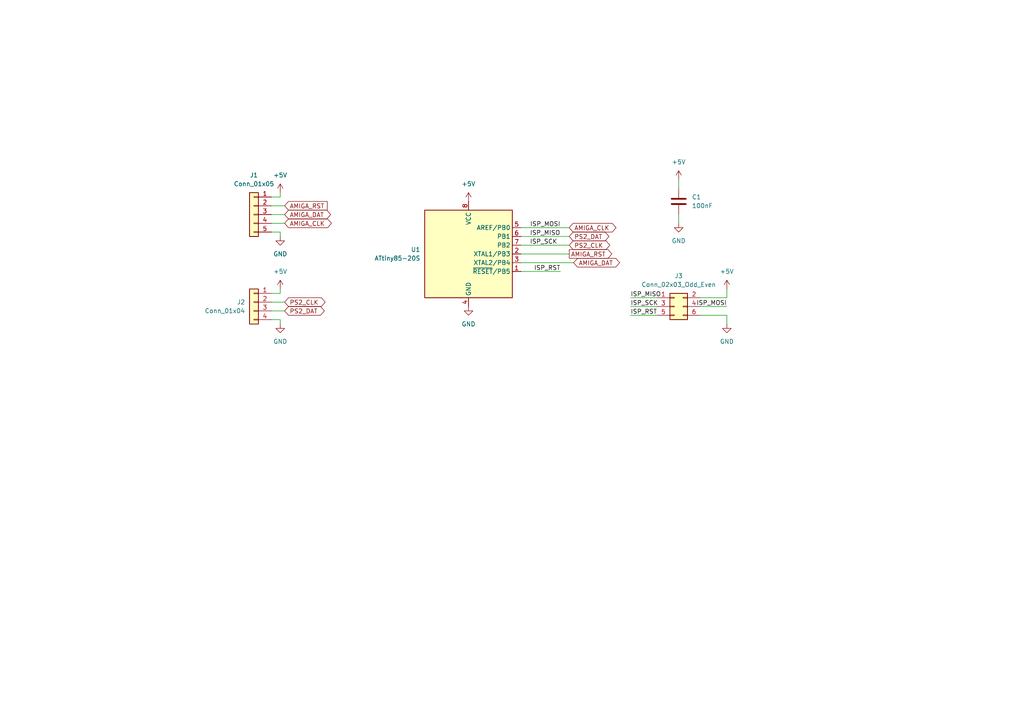
<source format=kicad_sch>
(kicad_sch (version 20211123) (generator eeschema)
  (paper "A4")
  (title_block (title "PS/2 to Amiga Keyboard Protocol") (date "2024-02-25") (rev "1") (comment 1 "made by sunestra"))
  (lib_symbols
    (symbol "Connector_Generic:Conn_01x04" (pin_names (offset 1.016) hide)
      (property "Reference" "J" (at 0 5.08 0))
      (property "Value" "Conn_01x04" (at 0 -7.62 0))
      (symbol "Conn_01x04_1_1"
        (rectangle (start -1.27 -4.953) (end 0 -5.207) (stroke (width 0.1524)))
        (rectangle (start -1.27 -2.413) (end 0 -2.667) (stroke (width 0.1524)))
        (rectangle (start -1.27 0.127) (end 0 -0.127) (stroke (width 0.1524)))
        (rectangle (start -1.27 2.667) (end 0 2.413) (stroke (width 0.1524)))
        (rectangle (start -1.27 3.81) (end 1.27 -6.35) (stroke (width 0.254)) (fill (type background)))
        (pin passive line (at -5.08 2.54 0) (length 3.81) (name "Pin_1") (number "1"))
        (pin passive line (at -5.08 0 0) (length 3.81) (name "Pin_2") (number "2"))
        (pin passive line (at -5.08 -2.54 0) (length 3.81) (name "Pin_3") (number "3"))
        (pin passive line (at -5.08 -5.08 0) (length 3.81) (name "Pin_4") (number "4"))
      )
    )
    (symbol "Connector_Generic:Conn_01x05" (pin_names (offset 1.016) hide)
      (property "Reference" "J" (at 0 7.62 0))
      (property "Value" "Conn_01x05" (at 0 -7.62 0))
      (symbol "Conn_01x05_1_1"
        (rectangle (start -1.27 -4.953) (end 0 -5.207) (stroke (width 0.1524)))
        (rectangle (start -1.27 -2.413) (end 0 -2.667) (stroke (width 0.1524)))
        (rectangle (start -1.27 0.127) (end 0 -0.127) (stroke (width 0.1524)))
        (rectangle (start -1.27 2.667) (end 0 2.413) (stroke (width 0.1524)))
        (rectangle (start -1.27 5.207) (end 0 4.953) (stroke (width 0.1524)))
        (rectangle (start -1.27 6.35) (end 1.27 -6.35) (stroke (width 0.254)) (fill (type background)))
        (pin passive line (at -5.08 5.08 0) (length 3.81) (name "Pin_1") (number "1"))
        (pin passive line (at -5.08 2.54 0) (length 3.81) (name "Pin_2") (number "2"))
        (pin passive line (at -5.08 0 0) (length 3.81) (name "Pin_3") (number "3"))
        (pin passive line (at -5.08 -2.54 0) (length 3.81) (name "Pin_4") (number "4"))
        (pin passive line (at -5.08 -5.08 0) (length 3.81) (name "Pin_5") (number "5"))
      )
    )
    (symbol "Connector_Generic:Conn_02x03_Odd_Even" (pin_names (offset 1.016) hide)
      (property "Reference" "J" (at 1.27 5.08 0))
      (property "Value" "Conn_02x03_Odd_Even" (at 1.27 -5.08 0))
      (symbol "Conn_02x03_Odd_Even_1_1"
        (rectangle (start -1.27 -2.413) (end 0 -2.667) (stroke (width 0.1524)))
        (rectangle (start -1.27 0.127) (end 0 -0.127) (stroke (width 0.1524)))
        (rectangle (start -1.27 2.667) (end 0 2.413) (stroke (width 0.1524)))
        (rectangle (start -1.27 3.81) (end 3.81 -3.81) (stroke (width 0.254)) (fill (type background)))
        (rectangle (start 3.81 -2.413) (end 2.54 -2.667) (stroke (width 0.1524)))
        (rectangle (start 3.81 0.127) (end 2.54 -0.127) (stroke (width 0.1524)))
        (rectangle (start 3.81 2.667) (end 2.54 2.413) (stroke (width 0.1524)))
        (pin passive line (at -5.08 2.54 0) (length 3.81) (name "Pin_1") (number "1"))
        (pin passive line (at 7.62 2.54 180) (length 3.81) (name "Pin_2") (number "2"))
        (pin passive line (at -5.08 0 0) (length 3.81) (name "Pin_3") (number "3"))
        (pin passive line (at 7.62 0 180) (length 3.81) (name "Pin_4") (number "4"))
        (pin passive line (at -5.08 -2.54 0) (length 3.81) (name "Pin_5") (number "5"))
        (pin passive line (at 7.62 -2.54 180) (length 3.81) (name "Pin_6") (number "6"))
      )
    )
    (symbol "Device:C" (pin_numbers hide) (pin_names (offset 0.254))
      (property "Reference" "C" (at 0.635 2.54 0))
      (property "Value" "C" (at 0.635 -2.54 0))
      (symbol "C_0_1"
        (polyline (pts (xy -2.032 -0.762) (xy 2.032 -0.762)) (stroke (width 0.508)))
        (polyline (pts (xy -2.032 0.762) (xy 2.032 0.762)) (stroke (width 0.508)))
      )
      (symbol "C_1_1"
        (pin passive line (at 0 3.81 270) (length 2.794) (name "~") (number "1"))
        (pin passive line (at 0 -3.81 90) (length 2.794) (name "~") (number "2"))
      )
    )
    (symbol "MCU_Microchip_ATtiny:ATtiny85-20S"
      (property "Reference" "U" (at -12.7 13.97 0))
      (property "Value" "ATtiny85-20S" (at 2.54 -13.97 0))
      (symbol "ATtiny85-20S_0_1"
        (rectangle (start -12.7 -12.7) (end 12.7 12.7) (stroke (width 0.254)) (fill (type background)))
      )
      (symbol "ATtiny85-20S_1_1"
        (pin bidirectional line (at 15.24 -5.08 180) (length 2.54) (name "~{RESET}/PB5") (number "1"))
        (pin bidirectional line (at 15.24 0 180) (length 2.54) (name "XTAL1/PB3") (number "2"))
        (pin bidirectional line (at 15.24 -2.54 180) (length 2.54) (name "XTAL2/PB4") (number "3"))
        (pin power_in line (at 0 -15.24 90) (length 2.54) (name "GND") (number "4"))
        (pin bidirectional line (at 15.24 7.62 180) (length 2.54) (name "AREF/PB0") (number "5"))
        (pin bidirectional line (at 15.24 5.08 180) (length 2.54) (name "PB1") (number "6"))
        (pin bidirectional line (at 15.24 2.54 180) (length 2.54) (name "PB2") (number "7"))
        (pin power_in line (at 0 15.24 270) (length 2.54) (name "VCC") (number "8"))
      )
    )
    (symbol "power:+5V" (power) (pin_names (offset 0))
      (property "Value" "+5V" (at 0 3.556 0))
      (symbol "+5V_0_1"
        (polyline (pts (xy -0.762 1.27) (xy 0 2.54)))
        (polyline (pts (xy 0 0) (xy 0 2.54)))
        (polyline (pts (xy 0 2.54) (xy 0.762 1.27)))
      )
      (symbol "+5V_1_1"
        (pin power_in line (at 0 0 90) (length 0) hide (name "+5V") (number "1"))
      )
    )
    (symbol "power:GND" (power) (pin_names (offset 0))
      (property "Value" "GND" (at 0 -3.81 0))
      (symbol "GND_0_1"
        (polyline (pts (xy 0 0) (xy 0 -1.27) (xy 1.27 -1.27) (xy 0 -2.54) (xy -1.27 -1.27) (xy 0 -1.27)))
      )
      (symbol "GND_1_1"
        (pin power_in line (at 0 0 270) (length 0) hide (name "GND") (number "1"))
      )
    )
  )
  (wire (pts (xy 210.82 91.44) (xy 210.82 93.98)))
  (wire (pts (xy 78.74 59.69) (xy 82.55 59.69)))
  (wire (pts (xy 182.88 91.44) (xy 190.5 91.44)))
  (wire (pts (xy 203.2 86.36) (xy 210.82 86.36)))
  (wire (pts (xy 196.85 52.07) (xy 196.85 54.61)))
  (wire (pts (xy 196.85 62.23) (xy 196.85 64.77)))
  (wire (pts (xy 203.2 88.9) (xy 210.82 88.9)))
  (wire (pts (xy 151.13 76.2) (xy 166.37 76.2)))
  (wire (pts (xy 82.55 87.63) (xy 78.74 87.63)))
  (wire (pts (xy 78.74 62.23) (xy 82.55 62.23)))
  (wire (pts (xy 81.28 83.82) (xy 81.28 85.09)))
  (wire (pts (xy 151.13 73.66) (xy 165.1 73.66)))
  (wire (pts (xy 82.55 90.17) (xy 78.74 90.17)))
  (wire (pts (xy 78.74 67.31) (xy 81.28 67.31)))
  (wire (pts (xy 81.28 67.31) (xy 81.28 68.58)))
  (wire (pts (xy 210.82 86.36) (xy 210.82 83.82)))
  (wire (pts (xy 203.2 91.44) (xy 210.82 91.44)))
  (wire (pts (xy 151.13 71.12) (xy 165.1 71.12)))
  (wire (pts (xy 78.74 92.71) (xy 81.28 92.71)))
  (wire (pts (xy 78.74 64.77) (xy 82.55 64.77)))
  (wire (pts (xy 151.13 78.74) (xy 162.56 78.74)))
  (wire (pts (xy 81.28 57.15) (xy 78.74 57.15)))
  (wire (pts (xy 81.28 85.09) (xy 78.74 85.09)))
  (wire (pts (xy 81.28 55.88) (xy 81.28 57.15)))
  (wire (pts (xy 182.88 88.9) (xy 190.5 88.9)))
  (wire (pts (xy 81.28 92.71) (xy 81.28 93.98)))
  (wire (pts (xy 151.13 68.58) (xy 165.1 68.58)))
  (wire (pts (xy 182.88 86.36) (xy 190.5 86.36)))
  (wire (pts (xy 151.13 66.04) (xy 165.1 66.04)))
  (label "ISP_MOSI" (at 210.82 88.9 180))
  (label "ISP_RST" (at 162.56 78.74 180))
  (label "ISP_MISO" (at 182.88 86.36 0))
  (label "ISP_MISO" (at 153.67 68.58 0))
  (label "ISP_SCK" (at 153.67 71.12 0))
  (label "ISP_MOSI" (at 162.56 66.04 180))
  (label "ISP_SCK" (at 182.88 88.9 0))
  (label "ISP_RST" (at 182.88 91.44 0))
  (global_label "PS2_DAT" (shape bidirectional) (at 165.1 68.58 0) (property "Intersheet References" "${INTERSHEET_REFS}" (effects hide)))
  (global_label "PS2_CLK" (shape bidirectional) (at 82.55 87.63 0) (property "Intersheet References" "${INTERSHEET_REFS}" (effects hide)))
  (global_label "AMIGA_CLK" (shape bidirectional) (at 165.1 66.04 0) (property "Intersheet References" "${INTERSHEET_REFS}" (effects hide)))
  (global_label "AMIGA_CLK" (shape bidirectional) (at 82.55 64.77 0) (property "Intersheet References" "${INTERSHEET_REFS}" (effects hide)))
  (global_label "PS2_DAT" (shape bidirectional) (at 82.55 90.17 0) (property "Intersheet References" "${INTERSHEET_REFS}" (effects hide)))
  (global_label "AMIGA_DAT" (shape bidirectional) (at 82.55 62.23 0) (property "Intersheet References" "${INTERSHEET_REFS}" (effects hide)))
  (global_label "AMIGA_RST" (shape input) (at 82.55 59.69 0) (property "Intersheet References" "${INTERSHEET_REFS}" (effects hide)))
  (global_label "PS2_CLK" (shape bidirectional) (at 165.1 71.12 0) (property "Intersheet References" "${INTERSHEET_REFS}" (effects hide)))
  (global_label "AMIGA_DAT" (shape bidirectional) (at 166.37 76.2 0) (property "Intersheet References" "${INTERSHEET_REFS}" (effects hide)))
  (global_label "AMIGA_RST" (shape output) (at 165.1 73.66 0) (property "Intersheet References" "${INTERSHEET_REFS}" (effects hide)))
  (symbol (lib_id "Connector_Generic:Conn_01x04") (at 73.66 87.63 0) (mirror y) (unit 1)
    (property "Reference" "J2" (at 71.12 87.6299 0) (effects (justify left)))
    (property "Value" "Conn_01x04" (at 71.12 90.1699 0) (effects (justify left)))
    (property "Footprint" "Connector_PinHeader_2.54mm:PinHeader_1x04_P2.54mm_Vertical" (effects hide))
  )
  (symbol (lib_id "power:GND") (at 81.28 93.98 0) (mirror y) (unit 1)
    (property "Reference" "#PWR04" (effects hide))
    (property "Value" "GND" (at 81.28 99.06 0))
  )
  (symbol (lib_id "power:GND") (at 81.28 68.58 0) (unit 1)
    (property "Reference" "#PWR02" (effects hide))
    (property "Value" "GND" (at 81.28 73.66 0))
  )
  (symbol (lib_id "power:+5V") (at 196.85 52.07 0) (unit 1)
    (property "Reference" "#PWR09" (effects hide))
    (property "Value" "+5V" (at 196.85 46.99 0))
  )
  (symbol (lib_id "Connector_Generic:Conn_02x03_Odd_Even") (at 195.58 88.9 0) (unit 1)
    (property "Reference" "J3" (at 196.85 80.01 0))
    (property "Value" "Conn_02x03_Odd_Even" (at 196.85 82.55 0))
    (property "Footprint" "Connector_PinHeader_2.54mm:PinHeader_2x03_P2.54mm_Vertical" (effects hide))
  )
  (symbol (lib_id "power:+5V") (at 81.28 83.82 0) (mirror y) (unit 1)
    (property "Reference" "#PWR03" (effects hide))
    (property "Value" "+5V" (at 81.28 78.74 0))
  )
  (symbol (lib_id "Connector_Generic:Conn_01x05") (at 73.66 62.23 0) (mirror y) (unit 1)
    (property "Reference" "J1" (at 73.66 50.8 0))
    (property "Value" "Conn_01x05" (at 73.66 53.34 0))
    (property "Footprint" "Connector_PinHeader_2.54mm:PinHeader_1x05_P2.54mm_Vertical" (effects hide))
  )
  (symbol (lib_id "power:+5V") (at 210.82 83.82 0) (unit 1)
    (property "Reference" "#PWR07" (effects hide))
    (property "Value" "+5V" (at 210.82 78.74 0))
  )
  (symbol (lib_id "power:GND") (at 135.89 88.9 0) (unit 1)
    (property "Reference" "#PWR06" (effects hide))
    (property "Value" "GND" (at 135.89 93.98 0))
  )
  (symbol (lib_id "power:+5V") (at 81.28 55.88 0) (unit 1)
    (property "Reference" "#PWR01" (effects hide))
    (property "Value" "+5V" (at 81.28 50.8 0))
  )
  (symbol (lib_id "MCU_Microchip_ATtiny:ATtiny85-20S") (at 135.89 73.66 0) (unit 1)
    (property "Reference" "U1" (at 121.92 72.3899 0) (effects (justify right)))
    (property "Value" "ATtiny85-20S" (at 121.92 74.9299 0) (effects (justify right)))
    (property "Footprint" "Package_SO:SOIC-8W_5.3x5.3mm_P1.27mm" (effects hide))
    (property "Datasheet" "http://ww1.microchip.com/downloads/en/DeviceDoc/atmel-2586-avr-8-bit-microcontroller-attiny25-attiny45-attiny85_datasheet.pdf" (effects hide))
  )
  (symbol (lib_id "power:GND") (at 210.82 93.98 0) (unit 1)
    (property "Reference" "#PWR08" (effects hide))
    (property "Value" "GND" (at 210.82 99.06 0))
  )
  (symbol (lib_id "Device:C") (at 196.85 58.42 0) (unit 1)
    (property "Reference" "C1" (at 200.66 57.1499 0) (effects (justify left)))
    (property "Value" "100nF" (at 200.66 59.6899 0) (effects (justify left)))
    (property "Footprint" "Capacitor_SMD:C_1206_3216Metric_Pad1.33x1.80mm_HandSolder" (effects hide))
  )
  (symbol (lib_id "power:+5V") (at 135.89 58.42 0) (unit 1)
    (property "Reference" "#PWR05" (effects hide))
    (property "Value" "+5V" (at 135.89 53.34 0))
  )
  (symbol (lib_id "power:GND") (at 196.85 64.77 0) (unit 1)
    (property "Reference" "#PWR010" (effects hide))
    (property "Value" "GND" (at 196.85 69.85 0))
  )
)
</source>
